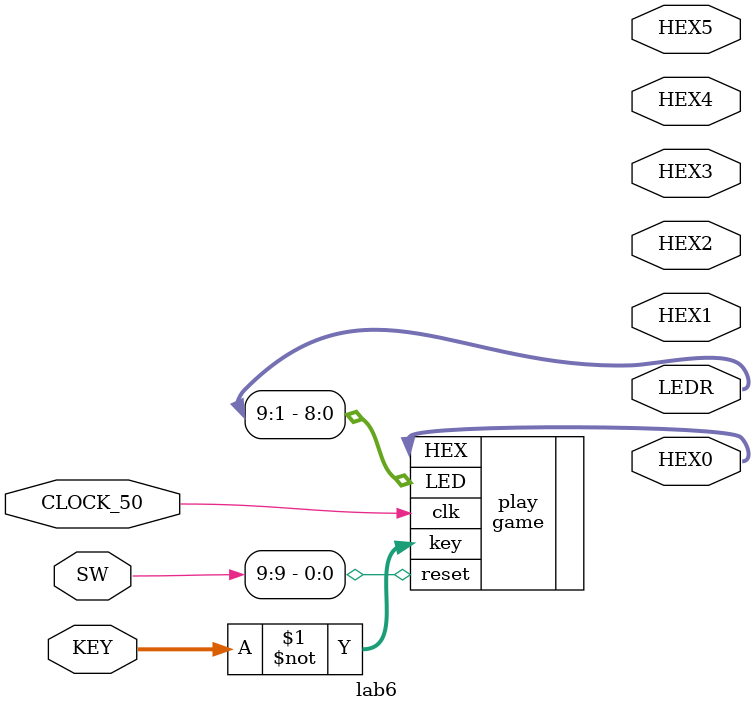
<source format=sv>
module lab6 # (
	
  parameter whichClock = 25
  )
  (
  input  logic       CLOCK_50,  // 50MHz clock
  output logic [6:0] HEX0, HEX1, HEX2, HEX3, HEX4, HEX5,
  output logic [9:0] LEDR,
  input  logic [3:0] KEY,     // True when not pressed, False when pressed
  input  logic [9:0] SW
  );
   
  // Generate clk off of CLOCK_50, whichClock picks rate.
  logic [31:0] clk;
  //clock_divider cdiv (.clock(CLOCK_50), .divided_clocks(clk));
  
  game play(.clk(CLOCK_50), .key(~KEY), .reset(SW[9]), .LED(LEDR[9:1]), .HEX(HEX0));
	
  
endmodule 
</source>
